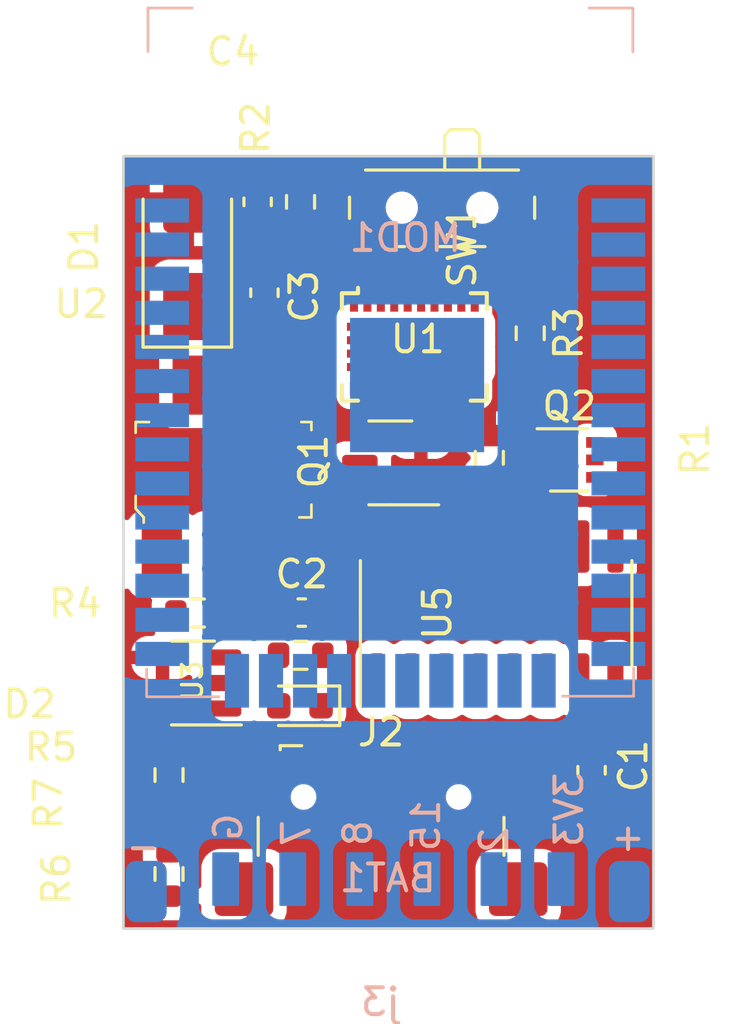
<source format=kicad_pcb>
(kicad_pcb (version 20221018) (generator pcbnew)
  (layers (0 "F.Cu" signal) (1 "In1.Cu" signal) (2 "In2.Cu" signal) (31 "B.Cu" signal) (34 "B.Paste" user) (35 "F.Paste" user) (36 "B.SilkS" user "B.Silkscreen") (37 "F.SilkS" user "F.Silkscreen") (38 "B.Mask" user) (39 "F.Mask" user) (44 "Edge.Cuts" user))
  (net 0 "")
  (net 1 "Net-(D1-K)")
  (net 2 "/SCL")
  (net 3 "GND")
  (net 4 "VCC")
  (net 5 "/3V3")
  (net 6 "/EN")
  (net 7 "/GPIO_0")
  (net 8 "/CH_TX")
  (net 9 "/CH_RX")
  (net 15 "/RTS")
  (net 27 "/DTR")
  (net 29 "/SDA")
  (net 30 "Net-(U3-PROG)")
  (net 31 "Net-(D2-K)")
  (net 32 "Net-(U1-CAP)")
  (net 40 "Net-(D2-A)")
  (net 41 "Net-(U5-V3)")
  (net 45 "Net-(Q1-D)")
  (net 50 "/GPIO_2")
  (net 51 "/GPIO_8")
  (net 54 "/GPIO_7")
  (net 55 "/GPIO_15")
  (net 56 "Net-(SW1-Pad1)")
  (net 60 "Net-(J2-CC1)")
  (net 62 "Net-(J2-CC2)")
  (net 64 "Net-(U5-UD+)")
  (net 65 "Net-(U5-UD-)")
  (footprint "Resistor_SMD:R_0603_1608Metric" (layer "F.Cu") (at 123.698 121.221 90)
    (fp_text reference "R6" (at -0.179 -4.198 90) (layer "F.SilkS"))
    (fp_text value "5.1k")
    (fp_line (start -0.237258 -0.5225) (end 0.237258 -0.5225) (stroke (width 0.12)) (layer "F.SilkS"))
    (fp_line (start -0.237258 0.5225) (end 0.237258 0.5225) (stroke (width 0.12)) (layer "F.SilkS"))
    (pad "1" smd roundrect (at -0.825 0 90) (size 0.8 0.95) (layers "F.Cu" "F.Paste" "F.Mask") (net 3 "GND"))
    (pad "2" smd roundrect (at 0.825 0 90) (size 0.8 0.95) (layers "F.Cu" "F.Paste" "F.Mask") (net 60 "Net-(J2-CC1)"))
  )
  (footprint "Resistor_SMD:R_0603_1608Metric" (layer "F.Cu") (at 124.777 111.506)
    (fp_text reference "R4" (at -4.577 -0.366) (layer "F.SilkS"))
    (fp_text value "10k")
    (fp_line (start -0.237258 -0.5225) (end 0.237258 -0.5225) (stroke (width 0.12)) (layer "F.SilkS"))
    (fp_line (start -0.237258 0.5225) (end 0.237258 0.5225) (stroke (width 0.12)) (layer "F.SilkS"))
    (pad "1" smd roundrect (at -0.825 0) (size 0.8 0.95) (layers "F.Cu" "F.Paste" "F.Mask") (net 30 "Net-(U3-PROG)"))
    (pad "2" smd roundrect (at 0.825 0) (size 0.8 0.95) (layers "F.Cu" "F.Paste" "F.Mask") (net 3 "GND"))
  )
  (footprint "Connector_USB:USB_C_Receptacle_GCT_USB4110" (layer "F.Cu") (at 131.602 120.961)
    (fp_text reference "J2" (at 0 -5.015 unlocked) (layer "F.SilkS"))
    (fp_text value "USB_C_Receptacle_USB2.0")
    (fp_line (start -4.58 -0.435) (end -4.58 -1.845) (stroke (width 0.12)) (layer "F.SilkS"))
    (fp_line (start -3.76 -4.515) (end -3.76 -4.365) (stroke (width 0.12)) (layer "F.SilkS"))
    (fp_line (start -2.96 -4.515) (end -3.76 -4.515) (stroke (width 0.12)) (layer "F.SilkS"))
    (fp_line (start 4.58 -0.435) (end 4.58 -1.845) (stroke (width 0.12)) (layer "F.SilkS"))
    (pad "" np_thru_hole circle (at -2.89 -2.605) (size 0.65 0.65) (drill 0.65) (layers "F&B.Cu" "*.Mask"))
    (pad "" np_thru_hole circle (at 2.89 -2.605) (size 0.65 0.65) (drill 0.65) (layers "F&B.Cu" "*.Mask"))
    (pad "A1" smd roundrect (at -3.2 -3.68) (size 0.6 1.15) (layers "F.Cu" "F.Paste" "F.Mask") (net 3 "GND"))
    (pad "A4" smd roundrect (at -2.4 -3.68) (size 0.6 1.15) (layers "F.Cu" "F.Paste" "F.Mask") (net 4 "VCC"))
    (pad "A5" smd roundrect (at -1.25 -3.68) (size 0.3 1.15) (layers "F.Cu" "F.Paste" "F.Mask") (net 60 "Net-(J2-CC1)"))
    (pad "A6" smd roundrect (at -0.25 -3.68) (size 0.3 1.15) (layers "F.Cu" "F.Paste" "F.Mask") (net 64 "Net-(U5-UD+)"))
    (pad "A7" smd roundrect (at 0.25 -3.68) (size 0.3 1.15) (layers "F.Cu" "F.Paste" "F.Mask") (net 65 "Net-(U5-UD-)"))
    (pad "A8" smd roundrect (at 1.25 -3.68) (size 0.3 1.15) (layers "F.Cu" "F.Paste" "F.Mask"))
    (pad "A9" smd roundrect (at 2.4 -3.68) (size 0.6 1.15) (layers "F.Cu" "F.Paste" "F.Mask") (net 4 "VCC"))
    (pad "A12" smd roundrect (at 3.2 -3.68) (size 0.6 1.15) (layers "F.Cu" "F.Paste" "F.Mask") (net 3 "GND"))
    (pad "B1" smd roundrect (at 3.2 -3.68) (size 0.6 1.15) (layers "F.Cu" "F.Paste" "F.Mask") (net 3 "GND"))
    (pad "B4" smd roundrect (at 2.4 -3.68) (size 0.6 1.15) (layers "F.Cu" "F.Paste" "F.Mask") (net 4 "VCC"))
    (pad "B5" smd roundrect (at 1.75 -3.68) (size 0.3 1.15) (layers "F.Cu" "F.Paste" "F.Mask") (net 62 "Net-(J2-CC2)"))
    (pad "B6" smd roundrect (at 0.75 -3.68) (size 0.3 1.15) (layers "F.Cu" "F.Paste" "F.Mask") (net 64 "Net-(U5-UD+)"))
    (pad "B7" smd roundrect (at -0.75 -3.68) (size 0.3 1.15) (layers "F.Cu" "F.Paste" "F.Mask") (net 65 "Net-(U5-UD-)"))
    (pad "B8" smd roundrect (at -1.75 -3.68) (size 0.3 1.15) (layers "F.Cu" "F.Paste" "F.Mask"))
    (pad "B9" smd roundrect (at -2.4 -3.68) (size 0.6 1.15) (layers "F.Cu" "F.Paste" "F.Mask") (net 4 "VCC"))
    (pad "B12" smd roundrect (at -3.2 -3.68) (size 0.6 1.15) (layers "F.Cu" "F.Paste" "F.Mask") (net 3 "GND"))
    (pad "S1" smd roundrect (at -5.11 -3.105) (size 2.18 2) (layers "F.Cu" "F.Paste" "F.Mask") (roundrect_rratio 0.125) (net 3 "GND"))
    (pad "S1" smd roundrect (at -5.11 0.825) (size 2.18 2) (layers "F.Cu" "F.Paste" "F.Mask") (roundrect_rratio 0.125) (net 3 "GND"))
    (pad "S1" smd roundrect (at 5.11 -3.105) (size 2.18 2) (layers "F.Cu" "F.Paste" "F.Mask") (roundrect_rratio 0.125) (net 3 "GND"))
    (pad "S1" smd roundrect (at 5.11 0.825) (size 2.18 2) (layers "F.Cu" "F.Paste" "F.Mask") (roundrect_rratio 0.125) (net 3 "GND"))
  )
  (footprint "LED_SMD:LED_0603_1608Metric" (layer "F.Cu") (at 128.5775 114.96 180)
    (fp_text reference "D2" (at 10.0775 0.06) (layer "F.SilkS"))
    (fp_text value "LED")
    (fp_line (start -1.485 -0.735) (end -1.485 0.735) (stroke (width 0.12)) (layer "F.SilkS"))
    (fp_line (start -1.485 0.735) (end 0.8 0.735) (stroke (width 0.12)) (layer "F.SilkS"))
    (fp_line (start 0.8 -0.735) (end -1.485 -0.735) (stroke (width 0.12)) (layer "F.SilkS"))
    (pad "1" smd roundrect (at -0.7875 0 180) (size 0.875 0.95) (layers "F.Cu" "F.Paste" "F.Mask") (net 31 "Net-(D2-K)"))
    (pad "2" smd roundrect (at 0.7875 0 180) (size 0.875 0.95) (layers "F.Cu" "F.Paste" "F.Mask") (net 40 "Net-(D2-A)"))
  )
  (footprint "Resistor_SMD:R_0603_1608Metric" (layer "F.Cu") (at 128.605 113.08 180)
    (fp_text reference "R5" (at 9.305 -3.42) (layer "F.SilkS"))
    (fp_text value "470")
    (fp_line (start -0.237258 -0.5225) (end 0.237258 -0.5225) (stroke (width 0.12)) (layer "F.SilkS"))
    (fp_line (start -0.237258 0.5225) (end 0.237258 0.5225) (stroke (width 0.12)) (layer "F.SilkS"))
    (pad "1" smd roundrect (at -0.825 0 180) (size 0.8 0.95) (layers "F.Cu" "F.Paste" "F.Mask") (net 31 "Net-(D2-K)"))
    (pad "2" smd roundrect (at 0.825 0 180) (size 0.8 0.95) (layers "F.Cu" "F.Paste" "F.Mask") (net 4 "VCC"))
  )
  (footprint "Resistor_SMD:R_0603_1608Metric" (layer "F.Cu") (at 123.698 117.539 90)
    (fp_text reference "R7" (at -1.061 -4.498 90) (layer "F.SilkS"))
    (fp_text value "5.1k")
    (fp_line (start -0.237258 -0.5225) (end 0.237258 -0.5225) (stroke (width 0.12)) (layer "F.SilkS"))
    (fp_line (start -0.237258 0.5225) (end 0.237258 0.5225) (stroke (width 0.12)) (layer "F.SilkS"))
    (pad "1" smd roundrect (at -0.825 0 90) (size 0.8 0.95) (layers "F.Cu" "F.Paste" "F.Mask") (net 3 "GND"))
    (pad "2" smd roundrect (at 0.825 0 90) (size 0.8 0.95) (layers "F.Cu" "F.Paste" "F.Mask") (net 62 "Net-(J2-CC2)"))
  )
  (footprint "Resistor_SMD:R_0603_1608Metric" (layer "F.Cu") (at 128.6 96.2 90)
    (fp_text reference "R2" (at 2.75 -1.675 90) (layer "F.SilkS"))
    (fp_text value "R")
    (fp_line (start -0.237258 -0.5225) (end 0.237258 -0.5225) (stroke (width 0.12)) (layer "F.SilkS"))
    (fp_line (start -0.237258 0.5225) (end 0.237258 0.5225) (stroke (width 0.12)) (layer "F.SilkS"))
    (pad "1" smd roundrect (at -0.825 0 90) (size 0.8 0.95) (layers "F.Cu" "F.Paste" "F.Mask") (net 5 "/3V3"))
    (pad "2" smd roundrect (at 0.825 0 90) (size 0.8 0.95) (layers "F.Cu" "F.Paste" "F.Mask") (net 29 "/SDA"))
  )
  (footprint "Resistor_SMD:R_0603_1608Metric" (layer "F.Cu") (at 135.636 105.727 -90)
    (fp_text reference "R1" (at -0.327 -7.664 90) (layer "F.SilkS"))
    (fp_text value "100k")
    (fp_line (start -0.237258 -0.5225) (end 0.237258 -0.5225) (stroke (width 0.12)) (layer "F.SilkS"))
    (fp_line (start -0.237258 0.5225) (end 0.237258 0.5225) (stroke (width 0.12)) (layer "F.SilkS"))
    (pad "1" smd roundrect (at -0.825 0 270) (size 0.8 0.95) (layers "F.Cu" "F.Paste" "F.Mask") (net 4 "VCC"))
    (pad "2" smd roundrect (at 0.825 0 270) (size 0.8 0.95) (layers "F.Cu" "F.Paste" "F.Mask") (net 3 "GND"))
  )
  (footprint "Resistor_SMD:R_0603_1608Metric" (layer "F.Cu") (at 137.16 101.092 -90)
    (fp_text reference "R3" (at 0 -1.43 90) (layer "F.SilkS"))
    (fp_text value "R")
    (fp_line (start -0.237258 -0.5225) (end 0.237258 -0.5225) (stroke (width 0.12)) (layer "F.SilkS"))
    (fp_line (start -0.237258 0.5225) (end 0.237258 0.5225) (stroke (width 0.12)) (layer "F.SilkS"))
    (pad "1" smd roundrect (at -0.825 0 270) (size 0.8 0.95) (layers "F.Cu" "F.Paste" "F.Mask") (net 2 "/SCL"))
    (pad "2" smd roundrect (at 0.825 0 270) (size 0.8 0.95) (layers "F.Cu" "F.Paste" "F.Mask") (net 5 "/3V3"))
  )
  (footprint "digikey-footprints:SOT-223" (layer "F.Cu") (at 125.73 106.172)
    (fp_text reference "U2" (at -5.305 -6.172) (layer "F.SilkS"))
    (fp_text value "LD1117S33CTR")
    (fp_line (start -3.275 -1.775) (end -3.275 -1.375) (stroke (width 0.1)) (layer "F.SilkS"))
    (fp_line (start -3.275 0.975) (end -3.275 1.45) (stroke (width 0.1)) (layer "F.SilkS"))
    (fp_line (start -3.275 1.45) (end -2.975 1.775) (stroke (width 0.1)) (layer "F.SilkS"))
    (fp_line (start -2.975 1.775) (end -2.975 1.97) (stroke (width 0.1)) (layer "F.SilkS"))
    (fp_line (start -2.775 -1.775) (end -3.275 -1.775) (stroke (width 0.1)) (layer "F.SilkS"))
    (fp_line (start 2.9 -1.775) (end 3.275 -1.775) (stroke (width 0.1)) (layer "F.SilkS"))
    (fp_line (start 3.275 -1.775) (end 3.275 -1.475) (stroke (width 0.1)) (layer "F.SilkS"))
    (fp_line (start 3.275 1.3) (end 3.275 1.775) (stroke (width 0.1)) (layer "F.SilkS"))
    (fp_line (start 3.275 1.775) (end 2.825 1.775) (stroke (width 0.1)) (layer "F.SilkS"))
    (pad "1" smd rect (at -2.3 3.15) (size 1.5 2.2) (layers "F.Cu" "F.Paste" "F.Mask") (net 3 "GND"))
    (pad "2" smd rect (at 0 3.15) (size 1.5 2.2) (layers "F.Cu" "F.Paste" "F.Mask") (net 56 "Net-(SW1-Pad1)"))
    (pad "3" smd rect (at 2.3 3.15) (size 1.5 2.2) (layers "F.Cu" "F.Paste" "F.Mask") (net 1 "Net-(D1-K)"))
    (pad "4" smd rect (at 0 -3.15) (size 3.8 2.2) (layers "F.Cu" "F.Paste" "F.Mask") (net 56 "Net-(SW1-Pad1)"))
  )
  (footprint "Capacitor_SMD:C_0603_1608Metric" (layer "F.Cu") (at 127.254 99.581 90)
    (fp_text reference "C3" (at -0.144 1.471 90) (layer "F.SilkS"))
    (fp_text value "C")
    (fp_line (start -0.14058 -0.51) (end 0.14058 -0.51) (stroke (width 0.12)) (layer "F.SilkS"))
    (fp_line (start -0.14058 0.51) (end 0.14058 0.51) (stroke (width 0.12)) (layer "F.SilkS"))
    (pad "1" smd roundrect (at -0.775 0 90) (size 0.9 0.95) (layers "F.Cu" "F.Paste" "F.Mask") (net 1 "Net-(D1-K)"))
    (pad "2" smd roundrect (at 0.775 0 90) (size 0.9 0.95) (layers "F.Cu" "F.Paste" "F.Mask") (net 3 "GND"))
  )
  (footprint "Capacitor_SMD:C_0603_1608Metric" (layer "F.Cu") (at 128.645 111.49)
    (fp_text reference "C2" (at 0 -1.43) (layer "F.SilkS"))
    (fp_text value "C")
    (fp_line (start -0.14058 -0.51) (end 0.14058 -0.51) (stroke (width 0.12)) (layer "F.SilkS"))
    (fp_line (start -0.14058 0.51) (end 0.14058 0.51) (stroke (width 0.12)) (layer "F.SilkS"))
    (pad "1" smd roundrect (at -0.775 0) (size 0.9 0.95) (layers "F.Cu" "F.Paste" "F.Mask") (net 45 "Net-(Q1-D)"))
    (pad "2" smd roundrect (at 0.775 0) (size 0.9 0.95) (layers "F.Cu" "F.Paste" "F.Mask") (net 3 "GND"))
  )
  (footprint "Capacitor_SMD:C_0603_1608Metric" (layer "F.Cu") (at 139.446 117.361 90)
    (fp_text reference "C1" (at 0.161 1.554 90) (layer "F.SilkS"))
    (fp_text value "C")
    (fp_line (start -0.14058 -0.51) (end 0.14058 -0.51) (stroke (width 0.12)) (layer "F.SilkS"))
    (fp_line (start -0.14058 0.51) (end 0.14058 0.51) (stroke (width 0.12)) (layer "F.SilkS"))
    (pad "1" smd roundrect (at -0.775 0 90) (size 0.9 0.95) (layers "F.Cu" "F.Paste" "F.Mask") (net 3 "GND"))
    (pad "2" smd roundrect (at 0.775 0 90) (size 0.9 0.95) (layers "F.Cu" "F.Paste" "F.Mask") (net 41 "Net-(U5-V3)"))
  )
  (footprint "Package_TO_SOT_SMD:SOT-363_SC-70-6" (layer "F.Cu") (at 138.618 105.806)
    (fp_text reference "Q2" (at 0 -2) (layer "F.SilkS"))
    (fp_text value "UMH3N")
    (fp_line (start -0.7 1.16) (end 0.7 1.16) (stroke (width 0.12)) (layer "F.SilkS"))
    (fp_line (start 0.7 -1.16) (end -1.2 -1.16) (stroke (width 0.12)) (layer "F.SilkS"))
    (pad "1" smd rect (at -0.95 -0.65) (size 0.65 0.4) (layers "F.Cu" "F.Paste" "F.Mask") (net 15 "/RTS"))
    (pad "2" smd rect (at -0.95 0) (size 0.65 0.4) (layers "F.Cu" "F.Paste" "F.Mask") (net 27 "/DTR"))
    (pad "3" smd rect (at -0.95 0.65) (size 0.65 0.4) (layers "F.Cu" "F.Paste" "F.Mask") (net 7 "/GPIO_0"))
    (pad "4" smd rect (at 0.95 0.65) (size 0.65 0.4) (layers "F.Cu" "F.Paste" "F.Mask") (net 27 "/DTR"))
    (pad "5" smd rect (at 0.95 0) (size 0.65 0.4) (layers "F.Cu" "F.Paste" "F.Mask") (net 15 "/RTS"))
    (pad "6" smd rect (at 0.95 -0.65) (size 0.65 0.4) (layers "F.Cu" "F.Paste" "F.Mask") (net 6 "/EN"))
  )
  (footprint "Package_TO_SOT_SMD:SOT-23-5" (layer "F.Cu") (at 124.5925 114.112 180)
    (fp_text reference "U3" (at 0.0225 0.082 90) (layer "F.SilkS") (effects (font (size 0.75 0.75) (thickness 0.125))))
    (fp_text value "MCP73831-2-OT")
    (fp_line (start 0 -1.56) (end -1.8 -1.56) (stroke (width 0.12)) (layer "F.SilkS"))
    (fp_line (start 0 -1.56) (end 0.8 -1.56) (stroke (width 0.12)) (layer "F.SilkS"))
    (fp_line (start 0 1.56) (end -0.8 1.56) (stroke (width 0.12)) (layer "F.SilkS"))
    (fp_line (start 0 1.56) (end 0.8 1.56) (stroke (width 0.12)) (layer "F.SilkS"))
    (pad "1" smd roundrect (at -1.1375 -0.95 180) (size 1.325 0.6) (layers "F.Cu" "F.Paste" "F.Mask") (net 40 "Net-(D2-A)"))
    (pad "2" smd roundrect (at -1.1375 0 180) (size 1.325 0.6) (layers "F.Cu" "F.Paste" "F.Mask") (net 3 "GND"))
    (pad "3" smd roundrect (at -1.1375 0.95 180) (size 1.325 0.6) (layers "F.Cu" "F.Paste" "F.Mask") (net 45 "Net-(Q1-D)"))
    (pad "4" smd roundrect (at 1.1375 0.95 180) (size 1.325 0.6) (layers "F.Cu" "F.Paste" "F.Mask") (net 4 "VCC"))
    (pad "5" smd roundrect (at 1.1375 -0.95 180) (size 1.325 0.6) (layers "F.Cu" "F.Paste" "F.Mask") (net 30 "Net-(U3-PROG)"))
  )
  (footprint "Package_SO:SOIC-16_3.9x9.9mm_P1.27mm" (layer "F.Cu") (at 135.89 111.506 90)
    (fp_text reference "U5" (at 0.006 -2.19 90) (layer "F.SilkS"))
    (fp_text value "CH340C")
    (fp_line (start 0 -5.06) (end -3.45 -5.06) (stroke (width 0.12)) (layer "F.SilkS"))
    (fp_line (start 0 -5.06) (end 1.95 -5.06) (stroke (width 0.12)) (layer "F.SilkS"))
    (fp_line (start 0 5.06) (end -1.95 5.06) (stroke (width 0.12)) (layer "F.SilkS"))
    (fp_line (start 0 5.06) (end 1.95 5.06) (stroke (width 0.12)) (layer "F.SilkS"))
    (pad "1" smd roundrect (at -2.475 -4.445 90) (size 1.95 0.6) (layers "F.Cu" "F.Paste" "F.Mask") (net 3 "GND"))
    (pad "2" smd roundrect (at -2.475 -3.175 90) (size 1.95 0.6) (layers "F.Cu" "F.Paste" "F.Mask") (net 8 "/CH_TX"))
    (pad "3" smd roundrect (at -2.475 -1.905 90) (size 1.95 0.6) (layers "F.Cu" "F.Paste" "F.Mask") (net 9 "/CH_RX"))
    (pad "4" smd roundrect (at -2.475 -0.635 90) (size 1.95 0.6) (layers "F.Cu" "F.Paste" "F.Mask") (net 41 "Net-(U5-V3)"))
    (pad "5" smd roundrect (at -2.475 0.635 90) (size 1.95 0.6) (layers "F.Cu" "F.Paste" "F.Mask") (net 64 "Net-(U5-UD+)"))
    (pad "6" smd roundrect (at -2.475 1.905 90) (size 1.95 0.6) (layers "F.Cu" "F.Paste" "F.Mask") (net 65 "Net-(U5-UD-)"))
    (pad "7" smd roundrect (at -2.475 3.175 90) (size 1.95 0.6) (layers "F.Cu" "F.Paste" "F.Mask"))
    (pad "8" smd roundrect (at -2.475 4.445 90) (size 1.95 0.6) (layers "F.Cu" "F.Paste" "F.Mask"))
    (pad "9" smd roundrect (at 2.475 4.445 90) (size 1.95 0.6) (layers "F.Cu" "F.Paste" "F.Mask"))
    (pad "10" smd roundrect (at 2.475 3.175 90) (size 1.95 0.6) (layers "F.Cu" "F.Paste" "F.Mask"))
    (pad "11" smd roundrect (at 2.475 1.905 90) (size 1.95 0.6) (layers "F.Cu" "F.Paste" "F.Mask"))
    (pad "12" smd roundrect (at 2.475 0.635 90) (size 1.95 0.6) (layers "F.Cu" "F.Paste" "F.Mask"))
    (pad "13" smd roundrect (at 2.475 -0.635 90) (size 1.95 0.6) (layers "F.Cu" "F.Paste" "F.Mask") (net 27 "/DTR"))
    (pad "14" smd roundrect (at 2.475 -1.905 90) (size 1.95 0.6) (layers "F.Cu" "F.Paste" "F.Mask") (net 15 "/RTS"))
    (pad "15" smd roundrect (at 2.475 -3.175 90) (size 1.95 0.6) (layers "F.Cu" "F.Paste" "F.Mask"))
    (pad "16" smd roundrect (at 2.475 -4.445 90) (size 1.95 0.6) (layers "F.Cu" "F.Paste" "F.Mask") (net 4 "VCC"))
  )
  (footprint "Button_Switch_SMD:SW_SPDT_PCM12" (layer "F.Cu") (at 133.875 96.745 180)
    (fp_text reference "SW1" (at -0.75 -1.12 90) (layer "F.SilkS"))
    (fp_text value "SW_DIP_x01")
    (fp_line (start -3.45 -0.07) (end -3.45 0.72) (stroke (width 0.12)) (layer "F.SilkS"))
    (fp_line (start -2.85 1.73) (end 2.85 1.73) (stroke (width 0.12)) (layer "F.SilkS"))
    (fp_line (start -1.6 -1.12) (end 0.1 -1.12) (stroke (width 0.12)) (layer "F.SilkS"))
    (fp_line (start -1.4 1.73) (end -1.4 3.02) (stroke (width 0.12)) (layer "F.SilkS"))
    (fp_line (start -1.4 3.02) (end -1.2 3.23) (stroke (width 0.12)) (layer "F.SilkS"))
    (fp_line (start -1.2 3.23) (end -0.3 3.23) (stroke (width 0.12)) (layer "F.SilkS"))
    (fp_line (start -0.1 3.02) (end -0.3 3.23) (stroke (width 0.12)) (layer "F.SilkS"))
    (fp_line (start -0.1 3.02) (end -0.1 1.73) (stroke (width 0.12)) (layer "F.SilkS"))
    (fp_line (start 1.4 -1.12) (end 1.6 -1.12) (stroke (width 0.12)) (layer "F.SilkS"))
    (fp_line (start 3.45 0.72) (end 3.45 -0.07) (stroke (width 0.12)) (layer "F.SilkS"))
    (pad "" smd rect (at -3.65 -0.78 180) (size 1 0.8) (layers "F.Cu" "F.Paste" "F.Mask"))
    (pad "" smd rect (at -3.65 1.43 180) (size 1 0.8) (layers "F.Cu" "F.Paste" "F.Mask"))
    (pad "" np_thru_hole circle (at -1.5 0.33 180) (size 0.9 0.9) (drill 0.9) (layers "*.Cu" "*.Mask"))
    (pad "" np_thru_hole circle (at 1.5 0.33 180) (size 0.9 0.9) (drill 0.9) (layers "*.Cu" "*.Mask"))
    (pad "" smd rect (at 3.65 -0.78 180) (size 1 0.8) (layers "F.Cu" "F.Paste" "F.Mask"))
    (pad "" smd rect (at 3.65 1.43 180) (size 1 0.8) (layers "F.Cu" "F.Paste" "F.Mask"))
    (pad "1" smd rect (at -2.25 -1.43 180) (size 0.7 1.5) (layers "F.Cu" "F.Paste" "F.Mask") (net 56 "Net-(SW1-Pad1)"))
    (pad "2" smd rect (at 0.75 -1.43 180) (size 0.7 1.5) (layers "F.Cu" "F.Paste" "F.Mask") (net 5 "/3V3"))
    (pad "3" smd rect (at 2.25 -1.43 180) (size 0.7 1.5) (layers "F.Cu" "F.Paste" "F.Mask"))
  )
  (footprint "digikey-footprints:LGA-28_5.2x3.8mm_BNO0055" (layer "F.Cu") (at 132.842 101.6)
    (fp_text reference "U1" (at 0.125 -0.2925) (layer "F.SilkS"))
    (fp_text value "BNO055")
    (fp_line (start -2.7 -2) (end -2.7 -1.4) (stroke (width 0.1524)) (layer "F.SilkS"))
    (fp_line (start -2.7 1.4) (end -2.7 2) (stroke (width 0.1524)) (layer "F.SilkS"))
    (fp_line (start -2.7 2) (end -2.1 2) (stroke (width 0.1524)) (layer "F.SilkS"))
    (fp_line (start -2.1 -2) (end -2.7 -2) (stroke (width 0.1524)) (layer "F.SilkS"))
    (fp_line (start -2.1 -2) (end -2.1 -2.2) (stroke (width 0.1524)) (layer "F.SilkS"))
    (fp_line (start 2.1 2) (end 2.7 2) (stroke (width 0.1524)) (layer "F.SilkS"))
    (fp_line (start 2.7 -2) (end 2.1 -2) (stroke (width 0.1524)) (layer "F.SilkS"))
    (fp_line (start 2.7 -1.4) (end 2.7 -2) (stroke (width 0.1524)) (layer "F.SilkS"))
    (fp_line (start 2.7 2) (end 2.7 1.4) (stroke (width 0.1524)) (layer "F.SilkS"))
    (pad "1" smd rect (at -2.25 -1.5625) (size 0.3 0.5) (layers "F.Cu" "F.Paste" "F.Mask"))
    (pad "2" smd rect (at -2.2625 -0.75 90) (size 0.3 0.5) (layers "F.Cu" "F.Paste" "F.Mask") (net 3 "GND"))
    (pad "3" smd rect (at -2.2625 -0.25 90) (size 0.3 0.5) (layers "F.Cu" "F.Paste" "F.Mask") (net 5 "/3V3"))
    (pad "4" smd rect (at -2.2625 0.25 90) (size 0.3 0.5) (layers "F.Cu" "F.Paste" "F.Mask") (net 5 "/3V3"))
    (pad "5" smd rect (at -2.2625 0.75 90) (size 0.3 0.5) (layers "F.Cu" "F.Paste" "F.Mask") (net 3 "GND"))
    (pad "6" smd rect (at -2.25 1.5625) (size 0.3 0.5) (layers "F.Cu" "F.Paste" "F.Mask") (net 3 "GND"))
    (pad "7" smd rect (at -1.75 1.5625) (size 0.3 0.5) (layers "F.Cu" "F.Paste" "F.Mask"))
    (pad "8" smd rect (at -1.25 1.5625) (size 0.3 0.5) (layers "F.Cu" "F.Paste" "F.Mask"))
    (pad "9" smd rect (at -0.75 1.5625) (size 0.3 0.5) (layers "F.Cu" "F.Paste" "F.Mask") (net 32 "Net-(U1-CAP)"))
    (pad "10" smd rect (at -0.25 1.5625) (size 0.3 0.5) (layers "F.Cu" "F.Paste" "F.Mask") (net 3 "GND"))
    (pad "11" smd rect (at 0.25 1.5625) (size 0.3 0.5) (layers "F.Cu" "F.Paste" "F.Mask") (net 5 "/3V3"))
    (pad "12" smd rect (at 0.75 1.5625) (size 0.3 0.5) (layers "F.Cu" "F.Paste" "F.Mask"))
    (pad "13" smd rect (at 1.25 1.5625) (size 0.3 0.5) (layers "F.Cu" "F.Paste" "F.Mask"))
    (pad "14" smd rect (at 1.75 1.5625) (size 0.3 0.5) (layers "F.Cu" "F.Paste" "F.Mask"))
    (pad "15" smd rect (at 2.25 1.5625) (size 0.3 0.5) (layers "F.Cu" "F.Paste" "F.Mask") (net 3 "GND"))
    (pad "16" smd rect (at 2.2625 0.75 90) (size 0.3 0.5) (layers "F.Cu" "F.Paste" "F.Mask") (net 3 "GND"))
    (pad "17" smd rect (at 2.2625 0.25 90) (size 0.3 0.5) (layers "F.Cu" "F.Paste" "F.Mask") (net 3 "GND"))
    (pad "18" smd rect (at 2.2625 -0.25 90) (size 0.3 0.5) (layers "F.Cu" "F.Paste" "F.Mask") (net 3 "GND"))
    (pad "19" smd rect (at 2.2625 -0.75 90) (size 0.3 0.5) (layers "F.Cu" "F.Paste" "F.Mask") (net 29 "/SDA"))
    (pad "20" smd rect (at 2.25 -1.5625) (size 0.3 0.5) (layers "F.Cu" "F.Paste" "F.Mask") (net 2 "/SCL"))
    (pad "21" smd rect (at 1.75 -1.5625) (size 0.3 0.5) (layers "F.Cu" "F.Paste" "F.Mask"))
    (pad "22" smd rect (at 1.25 -1.5625) (size 0.3 0.5) (layers "F.Cu" "F.Paste" "F.Mask"))
    (pad "23" smd rect (at 0.75 -1.5625) (size 0.3 0.5) (layers "F.Cu" "F.Paste" "F.Mask"))
    (pad "24" smd rect (at 0.25 -1.5625) (size 0.3 0.5) (layers "F.Cu" "F.Paste" "F.Mask"))
    (pad "25" smd rect (at -0.25 -1.5625) (size 0.3 0.5) (layers "F.Cu" "F.Paste" "F.Mask") (net 3 "GND"))
    (pad "26" smd rect (at -0.75 -1.5625) (size 0.3 0.5) (layers "F.Cu" "F.Paste" "F.Mask"))
    (pad "27" smd rect (at -1.25 -1.5625) (size 0.3 0.5) (layers "F.Cu" "F.Paste" "F.Mask"))
    (pad "28" smd rect (at -1.75 -1.5625) (size 0.3 0.5) (layers "F.Cu" "F.Paste" "F.Mask") (net 5 "/3V3"))
  )
  (footprint "Capacitor_SMD:C_0603_1608Metric" (layer "F.Cu") (at 127 96.2 90)
    (fp_text reference "C4" (at 5.6 -0.925 180) (layer "F.SilkS"))
    (fp_text value "C")
    (fp_line (start -0.14058 -0.51) (end 0.14058 -0.51) (stroke (width 0.12)) (layer "F.SilkS"))
    (fp_line (start -0.14058 0.51) (end 0.14058 0.51) (stroke (width 0.12)) (layer "F.SilkS"))
    (pad "1" smd roundrect (at -0.775 0 90) (size 0.9 0.95) (layers "F.Cu" "F.Paste" "F.Mask") (net 32 "Net-(U1-CAP)"))
    (pad "2" smd roundrect (at 0.775 0 90) (size 0.9 0.95) (layers "F.Cu" "F.Paste" "F.Mask") (net 3 "GND"))
  )
  (footprint "Diode_SMD:D_SMA" (layer "F.Cu") (at 124.38 98.0975 90)
    (fp_text reference "D1" (at 0.2225 -3.855 90) (layer "F.SilkS"))
    (fp_text value "B130-E3")
    (fp_line (start -3.51 -1.65) (end -3.51 1.65) (stroke (width 0.12)) (layer "F.SilkS"))
    (fp_line (start -3.51 -1.65) (end 2 -1.65) (stroke (width 0.12)) (layer "F.SilkS"))
    (fp_line (start -3.51 1.65) (end 2 1.65) (stroke (width 0.12)) (layer "F.SilkS"))
    (pad "1" smd roundrect (at -2 0 90) (size 2.5 1.8) (layers "F.Cu" "F.Paste" "F.Mask") (roundrect_rratio 0.1388888889) (net 1 "Net-(D1-K)"))
    (pad "2" smd roundrect (at 2 0 90) (size 2.5 1.8) (layers "F.Cu" "F.Paste" "F.Mask") (roundrect_rratio 0.1388888889) (net 4 "VCC"))
  )
  (footprint "Package_TO_SOT_SMD:SOT-23-3" (layer "F.Cu") (at 131.9475 105.918 180)
    (fp_text reference "Q1" (at 2.8625 0.05 90) (layer "F.SilkS"))
    (fp_text value "DMP1045u")
    (fp_line (start 0 -1.56) (end -1.8 -1.56) (stroke (width 0.12)) (layer "F.SilkS"))
    (fp_line (start 0 -1.56) (end 0.8 -1.56) (stroke (width 0.12)) (layer "F.SilkS"))
    (fp_line (start 0 1.56) (end -0.8 1.56) (stroke (width 0.12)) (layer "F.SilkS"))
    (fp_line (start 0 1.56) (end 0.8 1.56) (stroke (width 0.12)) (layer "F.SilkS"))
    (pad "1" smd roundrect (at -1.1375 -0.95 180) (size 1.325 0.6) (layers "F.Cu" "F.Paste" "F.Mask") (net 45 "Net-(Q1-D)"))
    (pad "2" smd roundrect (at -1.1375 0.95 180) (size 1.325 0.6) (layers "F.Cu" "F.Paste" "F.Mask") (net 4 "VCC"))
    (pad "3" smd roundrect (at 1.1375 0 180) (size 1.325 0.6) (layers "F.Cu" "F.Paste" "F.Mask") (net 1 "Net-(D1-K)"))
  )
  (footprint "digikey-footprints:ESP32-WROOM-32D" (layer "B.Cu") (at 131.944 104.775 180)
    (fp_text reference "MOD1" (at -0.565 7.239) (layer "B.SilkS") (effects (justify mirror)))
    (fp_text value "ESP32-WROOM-32")
    (fp_line (start -9.07 -9.83) (end -6.42 -9.83) (stroke (width 0.1)) (layer "B.SilkS"))
    (fp_line (start -9.07 -8.78) (end -9.07 -9.83) (stroke (width 0.1)) (layer "B.SilkS"))
    (fp_line (start -9.04 14.16) (end -9.04 15.79) (stroke (width 0.1)) (layer "B.SilkS"))
    (fp_line (start -9.04 15.79) (end -7.41 15.79) (stroke (width 0.1)) (layer "B.SilkS"))
    (fp_line (start 9.03 14.17) (end 9.03 15.79) (stroke (width 0.1)) (layer "B.SilkS"))
    (fp_line (start 9.03 15.79) (end 7.39 15.79) (stroke (width 0.1)) (layer "B.SilkS"))
    (fp_line (start 9.08 -9.85) (end 6.38 -9.85) (stroke (width 0.1)) (layer "B.SilkS"))
    (fp_line (start 9.08 -8.81) (end 9.08 -9.85) (stroke (width 0.1)) (layer "B.SilkS"))
    (pad "1" smd rect (at -8.5 8.255 180) (size 2 0.9) (layers "B.Cu" "B.Paste" "B.Mask") (net 3 "GND"))
    (pad "2" smd rect (at -8.5 6.985 180) (size 2 0.9) (layers "B.Cu" "B.Paste" "B.Mask") (net 5 "/3V3"))
    (pad "3" smd rect (at -8.5 5.715 180) (size 2 0.9) (layers "B.Cu" "B.Paste" "B.Mask") (net 6 "/EN"))
    (pad "4" smd rect (at -8.5 4.445 180) (size 2 0.9) (layers "B.Cu" "B.Paste" "B.Mask"))
    (pad "5" smd rect (at -8.5 3.175 180) (size 2 0.9) (layers "B.Cu" "B.Paste" "B.Mask"))
    (pad "6" smd rect (at -8.5 1.905 180) (size 2 0.9) (layers "B.Cu" "B.Paste" "B.Mask"))
    (pad "7" smd rect (at -8.5 0.635 180) (size 2 0.9) (layers "B.Cu" "B.Paste" "B.Mask"))
    (pad "8" smd rect (at -8.5 -0.635 180) (size 2 0.9) (layers "B.Cu" "B.Paste" "B.Mask"))
    (pad "9" smd rect (at -8.5 -1.905 180) (size 2 0.9) (layers "B.Cu" "B.Paste" "B.Mask"))
    (pad "10" smd rect (at -8.5 -3.175 180) (size 2 0.9) (layers "B.Cu" "B.Paste" "B.Mask"))
    (pad "11" smd rect (at -8.5 -4.445 180) (size 2 0.9) (layers "B.Cu" "B.Paste" "B.Mask"))
    (pad "12" smd rect (at -8.5 -5.715 180) (size 2 0.9) (layers "B.Cu" "B.Paste" "B.Mask"))
    (pad "13" smd rect (at -8.5 -6.985 180) (size 2 0.9) (layers "B.Cu" "B.Paste" "B.Mask"))
    (pad "14" smd rect (at -8.5 -8.255 180) (size 2 0.9) (layers "B.Cu" "B.Paste" "B.Mask"))
    (pad "15" smd rect (at -5.715 -9.255 90) (size 2 0.9) (layers "B.Cu" "B.Paste" "B.Mask") (net 3 "GND"))
    (pad "16" smd rect (at -4.445 -9.255 90) (size 2 0.9) (layers "B.Cu" "B.Paste" "B.Mask") (net 55 "/GPIO_15"))
    (pad "17" smd rect (at -3.175 -9.255 90) (size 2 0.9) (layers "B.Cu" "B.Paste" "B.Mask"))
    (pad "18" smd rect (at -1.905 -9.255 90) (size 2 0.9) (layers "B.Cu" "B.Paste" "B.Mask"))
    (pad "19" smd rect (at -0.635 -9.255 90) (size 2 0.9) (layers "B.Cu" "B.Paste" "B.Mask"))
    (pad "20" smd rect (at 0.635 -9.255 90) (size 2 0.9) (layers "B.Cu" "B.Paste" "B.Mask"))
    (pad "21" smd rect (at 1.905 -9.255 90) (size 2 0.9) (layers "B.Cu" "B.Paste" "B.Mask") (net 54 "/GPIO_7"))
    (pad "22" smd rect (at 3.175 -9.255 90) (size 2 0.9) (layers "B.Cu" "B.Paste" "B.Mask") (net 51 "/GPIO_8"))
    (pad "23" smd rect (at 4.445 -9.255 90) (size 2 0.9) (layers "B.Cu" "B.Paste" "B.Mask"))
    (pad "24" smd rect (at 5.715 -9.255 90) (size 2 0.9) (layers "B.Cu" "B.Paste" "B.Mask") (net 50 "/GPIO_2"))
    (pad "25" smd rect (at 8.5 -8.255 180) (size 2 0.9) (layers "B.Cu" "B.Paste" "B.Mask") (net 7 "/GPIO_0"))
    (pad "26" smd rect (at 8.5 -6.985 180) (size 2 0.9) (layers "B.Cu" "B.Paste" "B.Mask"))
    (pad "27" smd rect (at 8.5 -5.715 180) (size 2 0.9) (layers "B.Cu" "B.Paste" "B.Mask"))
    (pad "28" smd rect (at 8.5 -4.445 180) (size 2 0.9) (layers "B.Cu" "B.Paste" "B.Mask"))
    (pad "29" smd rect (at 8.5 -3.175 180) (size 2 0.9) (layers "B.Cu" "B.Paste" "B.Mask"))
    (pad "30" smd rect (at 8.5 -1.905 180) (size 2 0.9) (layers "B.Cu" "B.Paste" "B.Mask"))
    (pad "31" smd rect (at 8.5 -0.635 180) (size 2 0.9) (layers "B.Cu" "B.Paste" "B.Mask"))
    (pad "32" smd rect (at 8.5 0.635 180) (size 2 0.9) (layers "B.Cu" "B.Paste" "B.Mask"))
    (pad "33" smd rect (at 8.5 1.905 180) (size 2 0.9) (layers "B.Cu" "B.Paste" "B.Mask") (net 29 "/SDA"))
    (pad "34" smd rect (at 8.5 3.175 180) (size 2 0.9) (layers "B.Cu" "B.Paste" "B.Mask") (net 8 "/CH_TX"))
    (pad "35" smd rect (at 8.5 4.445 180) (size 2 0.9) (layers "B.Cu" "B.Paste" "B.Mask") (net 9 "/CH_RX"))
    (pad "36" smd rect (at 8.5 5.715 180) (size 2 0.9) (layers "B.Cu" "B.Paste" "B.Mask") (net 2 "/SCL"))
    (pad "37" smd rect (at 8.5 6.985 180) (size 2 0.9) (layers "B.Cu" "B.Paste" "B.Mask"))
    (pad "38" smd rect (at 8.5 8.255 180) (size 2 0.9) (layers "B.Cu" "B.Paste" "B.Mask") (net 3 "GND"))
    (pad "39" smd rect (at -1 1.755 180) (size 5 5) (layers "B.Cu" "B.Paste" "B.Mask") (net 3 "GND"))
  )
  (footprint "libBat:batPads" (layer "B.Cu") (at 131.85 121.875 180)
    (fp_text reference "BAT1" (at 0 0.5 unlocked) (layer "B.SilkS") (effects (justify mirror)))
    (fp_text value "BS-7")
    (fp_text user "-" (at 8.4 1.1 unlocked) (layer "B.SilkS") (effects (justify left bottom mirror)))
    (fp_text user "+" (at -9.675 1.45 unlocked) (layer "B.SilkS") (effects (justify left bottom mirror)))
    (pad "Neg" smd roundrect (at 9 0 90) (size 2.286 1.524) (layers "B.Cu" "B.Paste" "B.Mask") (net 3 "GND"))
    (pad "Pos" smd roundrect (at -9 0 90) (size 2.286 1.524) (layers "B.Cu" "B.Paste" "B.Mask") (net 45 "Net-(Q1-D)"))
  )
  (footprint "connectorLib:connectorHaply" (layer "B.Cu") (at 132.06 121.412 180)
    (fp_text reference "j3" (at 0.488 -4.572 unlocked) (layer "B.SilkS") (effects (justify mirror)))
    (fp_text value "~")
    (pad "1" smd roundrect (at -6.25 0 180) (size 1 2) (layers "B.Cu" "B.Paste" "B.Mask") (roundrect_rratio 0.05) (net 5 "/3V3"))
    (pad "2" smd roundrect (at -3.75 0 180) (size 1 2) (layers "B.Cu" "B.Paste" "B.Mask") (roundrect_rratio 0.05) (net 50 "/GPIO_2"))
    (pad "3" smd roundrect (at -1.25 0 180) (size 1 2) (layers "B.Cu" "B.Paste" "B.Mask") (roundrect_rratio 0.05) (net 55 "/GPIO_15"))
    (pad "4" smd roundrect (at 1.25 0 180) (size 1 2) (layers "B.Cu" "B.Paste" "B.Mask") (roundrect_rratio 0.05) (net 51 "/GPIO_8"))
    (pad "5" smd roundrect (at 3.75 0 180) (size 1 2) (layers "B.Cu" "B.Paste" "B.Mask") (roundrect_rratio 0.05) (net 54 "/GPIO_7"))
    (pad "6" smd roundrect (at 6.25 0 180) (size 1 2) (layers "B.Cu" "B.Paste" "B.Mask") (roundrect_rratio 0.05) (net 3 "GND"))
  )
  (gr_line (start 122 123.25) (end 141.75 123.25) (stroke (width 0.1)) (layer "Edge.Cuts"))
  (gr_line (start 122.25 94.5) (end 122 94.5) (stroke (width 0.1)) (layer "Edge.Cuts"))
  (gr_line (start 141.75 123.25) (end 141.75 94.5) (stroke (width 0.1)) (layer "Edge.Cuts"))
  (gr_line (start 141.75 94.5) (end 122.25 94.5) (stroke (width 0.1)) (layer "Edge.Cuts"))
  (gr_line (start 122 123.25) (end 122 94.5) (stroke (width 0.1)) (layer "Edge.Cuts"))
  (gr_text "7" (at 129.032 119.126 90) (layer "B.SilkS") (effects (font (size 1 1)) (justify left bottom mirror)))
  (gr_text "G" (at 126.492 118.872 90) (layer "B.SilkS") (effects (font (size 1 1)) (justify left bottom mirror)))
  (gr_text "2" (at 136.398 119.38 90) (layer "B.SilkS") (effects (font (size 1 1)) (justify left bottom mirror)))
  (gr_text "8" (at 131.318 119.126 90) (layer "B.SilkS") (effects (font (size 1 1)) (justify left bottom mirror)))
  (gr_text "3V3" (at 139.192 117.348 90) (layer "B.SilkS") (effects (font (size 1 1)) (justify left bottom mirror)))
  (gr_text "15" (at 133.858 118.364 90) (layer "B.SilkS") (effects (font (size 1 1)) (justify left bottom mirror)))
  (segment (start 140.444 96.52) (end 140.22 96.52) (width 0.25) (layer "B.Cu") (net 3))
  (zone (net 4) (net_name "VCC") (layer "F.Cu") (priority 2) (connect_pads (clearance 0.5)) (min_thickness 0.25) (fill yes (thermal_gap 0.5) (thermal_bridge_width 0.5))
    (polygon (pts (xy 121.158 124.46) (xy 120.904 92.71) (xy 144.018 92.456) (xy 144.018 124.968)))
  )
  (zone (net 4) (net_name "VCC") (layer "B.Cu") (priority 3) (connect_pads (clearance 0.5)) (min_thickness 0.25) (fill yes (thermal_gap 0.5) (thermal_bridge_width 0.5))
    (polygon (pts (xy 121.158 124.46) (xy 120.65 91.948) (xy 144.78 91.948) (xy 144.272 126.238)))
  )
)
</source>
